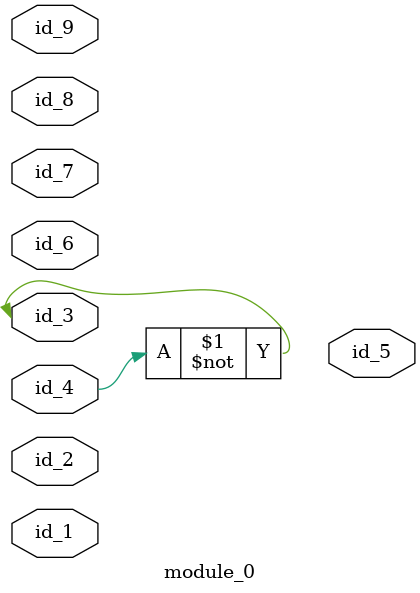
<source format=v>
module module_0 (
    id_1,
    id_2,
    id_3,
    id_4,
    id_5,
    id_6,
    id_7,
    id_8,
    id_9
);
  input id_9;
  input id_8;
  input id_7;
  input id_6;
  output id_5;
  input id_4;
  inout id_3;
  input id_2;
  input id_1;
  assign id_3 = ~id_4;
endmodule

</source>
